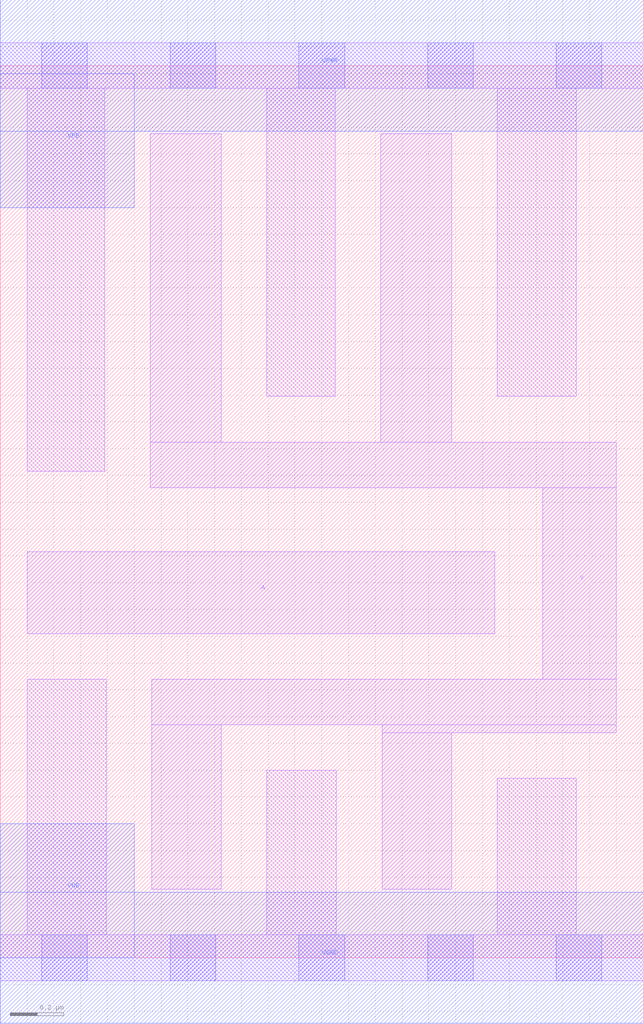
<source format=lef>
# Copyright 2020 The SkyWater PDK Authors
#
# Licensed under the Apache License, Version 2.0 (the "License");
# you may not use this file except in compliance with the License.
# You may obtain a copy of the License at
#
#     https://www.apache.org/licenses/LICENSE-2.0
#
# Unless required by applicable law or agreed to in writing, software
# distributed under the License is distributed on an "AS IS" BASIS,
# WITHOUT WARRANTIES OR CONDITIONS OF ANY KIND, either express or implied.
# See the License for the specific language governing permissions and
# limitations under the License.
#
# SPDX-License-Identifier: Apache-2.0

VERSION 5.5 ;
NAMESCASESENSITIVE ON ;
BUSBITCHARS "[]" ;
DIVIDERCHAR "/" ;
MACRO sky130_fd_sc_lp__inv_4
  CLASS CORE ;
  SOURCE USER ;
  ORIGIN  0.000000  0.000000 ;
  SIZE  2.400000 BY  3.330000 ;
  SYMMETRY X Y R90 ;
  SITE unit ;
  PIN A
    ANTENNAGATEAREA  1.260000 ;
    DIRECTION INPUT ;
    USE SIGNAL ;
    PORT
      LAYER li1 ;
        RECT 0.100000 1.210000 1.845000 1.515000 ;
    END
  END A
  PIN Y
    ANTENNADIFFAREA  1.176000 ;
    DIRECTION OUTPUT ;
    USE SIGNAL ;
    PORT
      LAYER li1 ;
        RECT 0.560000 1.755000 2.300000 1.925000 ;
        RECT 0.560000 1.925000 0.825000 3.075000 ;
        RECT 0.565000 0.255000 0.825000 0.870000 ;
        RECT 0.565000 0.870000 2.300000 1.040000 ;
        RECT 1.420000 1.925000 1.685000 3.075000 ;
        RECT 1.425000 0.255000 1.685000 0.840000 ;
        RECT 1.425000 0.840000 2.300000 0.870000 ;
        RECT 2.025000 1.040000 2.300000 1.755000 ;
    END
  END Y
  PIN VGND
    DIRECTION INOUT ;
    USE GROUND ;
    PORT
      LAYER met1 ;
        RECT 0.000000 -0.245000 2.400000 0.245000 ;
    END
  END VGND
  PIN VNB
    DIRECTION INOUT ;
    USE GROUND ;
    PORT
    END
  END VNB
  PIN VPB
    DIRECTION INOUT ;
    USE POWER ;
    PORT
    END
  END VPB
  PIN VNB
    DIRECTION INOUT ;
    USE GROUND ;
    PORT
      LAYER met1 ;
        RECT 0.000000 0.000000 0.500000 0.500000 ;
    END
  END VNB
  PIN VPB
    DIRECTION INOUT ;
    USE POWER ;
    PORT
      LAYER met1 ;
        RECT 0.000000 2.800000 0.500000 3.300000 ;
    END
  END VPB
  PIN VPWR
    DIRECTION INOUT ;
    USE POWER ;
    PORT
      LAYER met1 ;
        RECT 0.000000 3.085000 2.400000 3.575000 ;
    END
  END VPWR
  OBS
    LAYER li1 ;
      RECT 0.000000 -0.085000 2.400000 0.085000 ;
      RECT 0.000000  3.245000 2.400000 3.415000 ;
      RECT 0.100000  0.085000 0.395000 1.040000 ;
      RECT 0.100000  1.815000 0.390000 3.245000 ;
      RECT 0.995000  0.085000 1.255000 0.700000 ;
      RECT 0.995000  2.095000 1.250000 3.245000 ;
      RECT 1.855000  0.085000 2.150000 0.670000 ;
      RECT 1.855000  2.095000 2.150000 3.245000 ;
    LAYER mcon ;
      RECT 0.155000 -0.085000 0.325000 0.085000 ;
      RECT 0.155000  3.245000 0.325000 3.415000 ;
      RECT 0.635000 -0.085000 0.805000 0.085000 ;
      RECT 0.635000  3.245000 0.805000 3.415000 ;
      RECT 1.115000 -0.085000 1.285000 0.085000 ;
      RECT 1.115000  3.245000 1.285000 3.415000 ;
      RECT 1.595000 -0.085000 1.765000 0.085000 ;
      RECT 1.595000  3.245000 1.765000 3.415000 ;
      RECT 2.075000 -0.085000 2.245000 0.085000 ;
      RECT 2.075000  3.245000 2.245000 3.415000 ;
  END
END sky130_fd_sc_lp__inv_4
END LIBRARY

</source>
